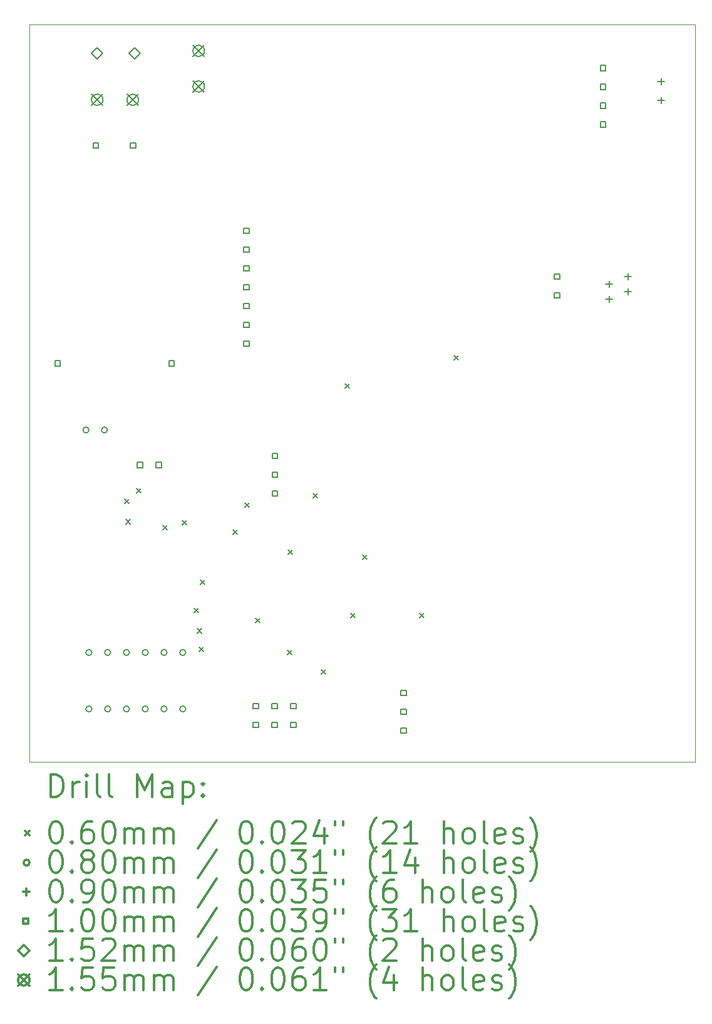
<source format=gbr>
%FSLAX45Y45*%
G04 Gerber Fmt 4.5, Leading zero omitted, Abs format (unit mm)*
G04 Created by KiCad (PCBNEW (5.1.6)-1) date 2021-11-02 04:41:42*
%MOMM*%
%LPD*%
G01*
G04 APERTURE LIST*
%TA.AperFunction,Profile*%
%ADD10C,0.050000*%
%TD*%
%ADD11C,0.200000*%
%ADD12C,0.300000*%
G04 APERTURE END LIST*
D10*
X19255000Y-5266000D02*
X19255000Y-15229000D01*
X10258000Y-5266000D02*
X19255000Y-5266000D01*
X10258000Y-15229000D02*
X10258000Y-5266000D01*
X19255000Y-15229000D02*
X10258000Y-15229000D01*
D11*
X11539000Y-11680000D02*
X11599000Y-11740000D01*
X11599000Y-11680000D02*
X11539000Y-11740000D01*
X11558000Y-11954000D02*
X11618000Y-12014000D01*
X11618000Y-11954000D02*
X11558000Y-12014000D01*
X11705000Y-11536000D02*
X11765000Y-11596000D01*
X11765000Y-11536000D02*
X11705000Y-11596000D01*
X12060000Y-12033000D02*
X12120000Y-12093000D01*
X12120000Y-12033000D02*
X12060000Y-12093000D01*
X12318000Y-11968000D02*
X12378000Y-12028000D01*
X12378000Y-11968000D02*
X12318000Y-12028000D01*
X12482000Y-13151000D02*
X12542000Y-13211000D01*
X12542000Y-13151000D02*
X12482000Y-13211000D01*
X12521000Y-13427000D02*
X12581000Y-13487000D01*
X12581000Y-13427000D02*
X12521000Y-13487000D01*
X12546000Y-13678000D02*
X12606000Y-13738000D01*
X12606000Y-13678000D02*
X12546000Y-13738000D01*
X12566000Y-12772000D02*
X12626000Y-12832000D01*
X12626000Y-12772000D02*
X12566000Y-12832000D01*
X13002000Y-12094000D02*
X13062000Y-12154000D01*
X13062000Y-12094000D02*
X13002000Y-12154000D01*
X13170000Y-11730000D02*
X13230000Y-11790000D01*
X13230000Y-11730000D02*
X13170000Y-11790000D01*
X13313000Y-13290000D02*
X13373000Y-13350000D01*
X13373000Y-13290000D02*
X13313000Y-13350000D01*
X13742000Y-13719000D02*
X13802000Y-13779000D01*
X13802000Y-13719000D02*
X13742000Y-13779000D01*
X13750000Y-12368000D02*
X13810000Y-12428000D01*
X13810000Y-12368000D02*
X13750000Y-12428000D01*
X14089000Y-11605000D02*
X14149000Y-11665000D01*
X14149000Y-11605000D02*
X14089000Y-11665000D01*
X14201000Y-13983000D02*
X14261000Y-14043000D01*
X14261000Y-13983000D02*
X14201000Y-14043000D01*
X14521000Y-10119000D02*
X14581000Y-10179000D01*
X14581000Y-10119000D02*
X14521000Y-10179000D01*
X14594000Y-13218000D02*
X14654000Y-13278000D01*
X14654000Y-13218000D02*
X14594000Y-13278000D01*
X14755000Y-12431000D02*
X14815000Y-12491000D01*
X14815000Y-12431000D02*
X14755000Y-12491000D01*
X15530000Y-13219000D02*
X15590000Y-13279000D01*
X15590000Y-13219000D02*
X15530000Y-13279000D01*
X15992000Y-9738000D02*
X16052000Y-9798000D01*
X16052000Y-9738000D02*
X15992000Y-9798000D01*
X11058000Y-10746000D02*
G75*
G03*
X11058000Y-10746000I-40000J0D01*
G01*
X11308000Y-10746000D02*
G75*
G03*
X11308000Y-10746000I-40000J0D01*
G01*
X11097000Y-13750000D02*
G75*
G03*
X11097000Y-13750000I-40000J0D01*
G01*
X11097000Y-14512000D02*
G75*
G03*
X11097000Y-14512000I-40000J0D01*
G01*
X11351000Y-13750000D02*
G75*
G03*
X11351000Y-13750000I-40000J0D01*
G01*
X11351000Y-14512000D02*
G75*
G03*
X11351000Y-14512000I-40000J0D01*
G01*
X11605000Y-13750000D02*
G75*
G03*
X11605000Y-13750000I-40000J0D01*
G01*
X11605000Y-14512000D02*
G75*
G03*
X11605000Y-14512000I-40000J0D01*
G01*
X11859000Y-13750000D02*
G75*
G03*
X11859000Y-13750000I-40000J0D01*
G01*
X11859000Y-14512000D02*
G75*
G03*
X11859000Y-14512000I-40000J0D01*
G01*
X12113000Y-13750000D02*
G75*
G03*
X12113000Y-13750000I-40000J0D01*
G01*
X12113000Y-14512000D02*
G75*
G03*
X12113000Y-14512000I-40000J0D01*
G01*
X12367000Y-13750000D02*
G75*
G03*
X12367000Y-13750000I-40000J0D01*
G01*
X12367000Y-14512000D02*
G75*
G03*
X12367000Y-14512000I-40000J0D01*
G01*
X18795000Y-5997000D02*
X18795000Y-6087000D01*
X18750000Y-6042000D02*
X18840000Y-6042000D01*
X18795000Y-6251000D02*
X18795000Y-6341000D01*
X18750000Y-6296000D02*
X18840000Y-6296000D01*
X18091000Y-8730000D02*
X18091000Y-8820000D01*
X18046000Y-8775000D02*
X18136000Y-8775000D01*
X18091000Y-8934000D02*
X18091000Y-9024000D01*
X18046000Y-8979000D02*
X18136000Y-8979000D01*
X18345000Y-8628000D02*
X18345000Y-8718000D01*
X18300000Y-8673000D02*
X18390000Y-8673000D01*
X18345000Y-8832000D02*
X18345000Y-8922000D01*
X18300000Y-8877000D02*
X18390000Y-8877000D01*
X10669356Y-9881356D02*
X10669356Y-9810644D01*
X10598644Y-9810644D01*
X10598644Y-9881356D01*
X10669356Y-9881356D01*
X11189356Y-6941356D02*
X11189356Y-6870644D01*
X11118644Y-6870644D01*
X11118644Y-6941356D01*
X11189356Y-6941356D01*
X11689356Y-6941356D02*
X11689356Y-6870644D01*
X11618644Y-6870644D01*
X11618644Y-6941356D01*
X11689356Y-6941356D01*
X12209356Y-9881356D02*
X12209356Y-9810644D01*
X12138644Y-9810644D01*
X12138644Y-9881356D01*
X12209356Y-9881356D01*
X13350356Y-14509356D02*
X13350356Y-14438644D01*
X13279644Y-14438644D01*
X13279644Y-14509356D01*
X13350356Y-14509356D01*
X13350356Y-14763356D02*
X13350356Y-14692644D01*
X13279644Y-14692644D01*
X13279644Y-14763356D01*
X13350356Y-14763356D01*
X13604356Y-14509356D02*
X13604356Y-14438644D01*
X13533644Y-14438644D01*
X13533644Y-14509356D01*
X13604356Y-14509356D01*
X13604356Y-14763356D02*
X13604356Y-14692644D01*
X13533644Y-14692644D01*
X13533644Y-14763356D01*
X13604356Y-14763356D01*
X13858356Y-14509356D02*
X13858356Y-14438644D01*
X13787644Y-14438644D01*
X13787644Y-14509356D01*
X13858356Y-14509356D01*
X13858356Y-14763356D02*
X13858356Y-14692644D01*
X13787644Y-14692644D01*
X13787644Y-14763356D01*
X13858356Y-14763356D01*
X13606356Y-11132356D02*
X13606356Y-11061644D01*
X13535644Y-11061644D01*
X13535644Y-11132356D01*
X13606356Y-11132356D01*
X13606356Y-11386356D02*
X13606356Y-11315644D01*
X13535644Y-11315644D01*
X13535644Y-11386356D01*
X13606356Y-11386356D01*
X13606356Y-11640356D02*
X13606356Y-11569644D01*
X13535644Y-11569644D01*
X13535644Y-11640356D01*
X13606356Y-11640356D01*
X13223356Y-8092356D02*
X13223356Y-8021644D01*
X13152644Y-8021644D01*
X13152644Y-8092356D01*
X13223356Y-8092356D01*
X13223356Y-8346356D02*
X13223356Y-8275644D01*
X13152644Y-8275644D01*
X13152644Y-8346356D01*
X13223356Y-8346356D01*
X13223356Y-8600356D02*
X13223356Y-8529644D01*
X13152644Y-8529644D01*
X13152644Y-8600356D01*
X13223356Y-8600356D01*
X13223356Y-8854356D02*
X13223356Y-8783644D01*
X13152644Y-8783644D01*
X13152644Y-8854356D01*
X13223356Y-8854356D01*
X13223356Y-9108356D02*
X13223356Y-9037644D01*
X13152644Y-9037644D01*
X13152644Y-9108356D01*
X13223356Y-9108356D01*
X13223356Y-9362356D02*
X13223356Y-9291644D01*
X13152644Y-9291644D01*
X13152644Y-9362356D01*
X13223356Y-9362356D01*
X13223356Y-9616356D02*
X13223356Y-9545644D01*
X13152644Y-9545644D01*
X13152644Y-9616356D01*
X13223356Y-9616356D01*
X17422356Y-8709356D02*
X17422356Y-8638644D01*
X17351644Y-8638644D01*
X17351644Y-8709356D01*
X17422356Y-8709356D01*
X17422356Y-8963356D02*
X17422356Y-8892644D01*
X17351644Y-8892644D01*
X17351644Y-8963356D01*
X17422356Y-8963356D01*
X15347356Y-14333356D02*
X15347356Y-14262644D01*
X15276644Y-14262644D01*
X15276644Y-14333356D01*
X15347356Y-14333356D01*
X15347356Y-14587356D02*
X15347356Y-14516644D01*
X15276644Y-14516644D01*
X15276644Y-14587356D01*
X15347356Y-14587356D01*
X15347356Y-14841356D02*
X15347356Y-14770644D01*
X15276644Y-14770644D01*
X15276644Y-14841356D01*
X15347356Y-14841356D01*
X18043356Y-5893356D02*
X18043356Y-5822644D01*
X17972644Y-5822644D01*
X17972644Y-5893356D01*
X18043356Y-5893356D01*
X18043356Y-6147356D02*
X18043356Y-6076644D01*
X17972644Y-6076644D01*
X17972644Y-6147356D01*
X18043356Y-6147356D01*
X18043356Y-6401356D02*
X18043356Y-6330644D01*
X17972644Y-6330644D01*
X17972644Y-6401356D01*
X18043356Y-6401356D01*
X18043356Y-6655356D02*
X18043356Y-6584644D01*
X17972644Y-6584644D01*
X17972644Y-6655356D01*
X18043356Y-6655356D01*
X11782356Y-11254356D02*
X11782356Y-11183644D01*
X11711644Y-11183644D01*
X11711644Y-11254356D01*
X11782356Y-11254356D01*
X12036356Y-11254356D02*
X12036356Y-11183644D01*
X11965644Y-11183644D01*
X11965644Y-11254356D01*
X12036356Y-11254356D01*
X11168000Y-5737000D02*
X11244000Y-5661000D01*
X11168000Y-5585000D01*
X11092000Y-5661000D01*
X11168000Y-5737000D01*
X11676000Y-5737000D02*
X11752000Y-5661000D01*
X11676000Y-5585000D01*
X11600000Y-5661000D01*
X11676000Y-5737000D01*
X12464500Y-5549500D02*
X12619500Y-5704500D01*
X12619500Y-5549500D02*
X12464500Y-5704500D01*
X12619500Y-5627000D02*
G75*
G03*
X12619500Y-5627000I-77500J0D01*
G01*
X12464500Y-6029500D02*
X12619500Y-6184500D01*
X12619500Y-6029500D02*
X12464500Y-6184500D01*
X12619500Y-6107000D02*
G75*
G03*
X12619500Y-6107000I-77500J0D01*
G01*
X11093500Y-6209500D02*
X11248500Y-6364500D01*
X11248500Y-6209500D02*
X11093500Y-6364500D01*
X11248500Y-6287000D02*
G75*
G03*
X11248500Y-6287000I-77500J0D01*
G01*
X11573500Y-6209500D02*
X11728500Y-6364500D01*
X11728500Y-6209500D02*
X11573500Y-6364500D01*
X11728500Y-6287000D02*
G75*
G03*
X11728500Y-6287000I-77500J0D01*
G01*
D12*
X10541928Y-15697214D02*
X10541928Y-15397214D01*
X10613357Y-15397214D01*
X10656214Y-15411500D01*
X10684786Y-15440071D01*
X10699071Y-15468643D01*
X10713357Y-15525786D01*
X10713357Y-15568643D01*
X10699071Y-15625786D01*
X10684786Y-15654357D01*
X10656214Y-15682929D01*
X10613357Y-15697214D01*
X10541928Y-15697214D01*
X10841928Y-15697214D02*
X10841928Y-15497214D01*
X10841928Y-15554357D02*
X10856214Y-15525786D01*
X10870500Y-15511500D01*
X10899071Y-15497214D01*
X10927643Y-15497214D01*
X11027643Y-15697214D02*
X11027643Y-15497214D01*
X11027643Y-15397214D02*
X11013357Y-15411500D01*
X11027643Y-15425786D01*
X11041928Y-15411500D01*
X11027643Y-15397214D01*
X11027643Y-15425786D01*
X11213357Y-15697214D02*
X11184786Y-15682929D01*
X11170500Y-15654357D01*
X11170500Y-15397214D01*
X11370500Y-15697214D02*
X11341928Y-15682929D01*
X11327643Y-15654357D01*
X11327643Y-15397214D01*
X11713357Y-15697214D02*
X11713357Y-15397214D01*
X11813357Y-15611500D01*
X11913357Y-15397214D01*
X11913357Y-15697214D01*
X12184786Y-15697214D02*
X12184786Y-15540071D01*
X12170500Y-15511500D01*
X12141928Y-15497214D01*
X12084786Y-15497214D01*
X12056214Y-15511500D01*
X12184786Y-15682929D02*
X12156214Y-15697214D01*
X12084786Y-15697214D01*
X12056214Y-15682929D01*
X12041928Y-15654357D01*
X12041928Y-15625786D01*
X12056214Y-15597214D01*
X12084786Y-15582929D01*
X12156214Y-15582929D01*
X12184786Y-15568643D01*
X12327643Y-15497214D02*
X12327643Y-15797214D01*
X12327643Y-15511500D02*
X12356214Y-15497214D01*
X12413357Y-15497214D01*
X12441928Y-15511500D01*
X12456214Y-15525786D01*
X12470500Y-15554357D01*
X12470500Y-15640071D01*
X12456214Y-15668643D01*
X12441928Y-15682929D01*
X12413357Y-15697214D01*
X12356214Y-15697214D01*
X12327643Y-15682929D01*
X12599071Y-15668643D02*
X12613357Y-15682929D01*
X12599071Y-15697214D01*
X12584786Y-15682929D01*
X12599071Y-15668643D01*
X12599071Y-15697214D01*
X12599071Y-15511500D02*
X12613357Y-15525786D01*
X12599071Y-15540071D01*
X12584786Y-15525786D01*
X12599071Y-15511500D01*
X12599071Y-15540071D01*
X10195500Y-16161500D02*
X10255500Y-16221500D01*
X10255500Y-16161500D02*
X10195500Y-16221500D01*
X10599071Y-16027214D02*
X10627643Y-16027214D01*
X10656214Y-16041500D01*
X10670500Y-16055786D01*
X10684786Y-16084357D01*
X10699071Y-16141500D01*
X10699071Y-16212929D01*
X10684786Y-16270071D01*
X10670500Y-16298643D01*
X10656214Y-16312929D01*
X10627643Y-16327214D01*
X10599071Y-16327214D01*
X10570500Y-16312929D01*
X10556214Y-16298643D01*
X10541928Y-16270071D01*
X10527643Y-16212929D01*
X10527643Y-16141500D01*
X10541928Y-16084357D01*
X10556214Y-16055786D01*
X10570500Y-16041500D01*
X10599071Y-16027214D01*
X10827643Y-16298643D02*
X10841928Y-16312929D01*
X10827643Y-16327214D01*
X10813357Y-16312929D01*
X10827643Y-16298643D01*
X10827643Y-16327214D01*
X11099071Y-16027214D02*
X11041928Y-16027214D01*
X11013357Y-16041500D01*
X10999071Y-16055786D01*
X10970500Y-16098643D01*
X10956214Y-16155786D01*
X10956214Y-16270071D01*
X10970500Y-16298643D01*
X10984786Y-16312929D01*
X11013357Y-16327214D01*
X11070500Y-16327214D01*
X11099071Y-16312929D01*
X11113357Y-16298643D01*
X11127643Y-16270071D01*
X11127643Y-16198643D01*
X11113357Y-16170071D01*
X11099071Y-16155786D01*
X11070500Y-16141500D01*
X11013357Y-16141500D01*
X10984786Y-16155786D01*
X10970500Y-16170071D01*
X10956214Y-16198643D01*
X11313357Y-16027214D02*
X11341928Y-16027214D01*
X11370500Y-16041500D01*
X11384786Y-16055786D01*
X11399071Y-16084357D01*
X11413357Y-16141500D01*
X11413357Y-16212929D01*
X11399071Y-16270071D01*
X11384786Y-16298643D01*
X11370500Y-16312929D01*
X11341928Y-16327214D01*
X11313357Y-16327214D01*
X11284786Y-16312929D01*
X11270500Y-16298643D01*
X11256214Y-16270071D01*
X11241928Y-16212929D01*
X11241928Y-16141500D01*
X11256214Y-16084357D01*
X11270500Y-16055786D01*
X11284786Y-16041500D01*
X11313357Y-16027214D01*
X11541928Y-16327214D02*
X11541928Y-16127214D01*
X11541928Y-16155786D02*
X11556214Y-16141500D01*
X11584786Y-16127214D01*
X11627643Y-16127214D01*
X11656214Y-16141500D01*
X11670500Y-16170071D01*
X11670500Y-16327214D01*
X11670500Y-16170071D02*
X11684786Y-16141500D01*
X11713357Y-16127214D01*
X11756214Y-16127214D01*
X11784786Y-16141500D01*
X11799071Y-16170071D01*
X11799071Y-16327214D01*
X11941928Y-16327214D02*
X11941928Y-16127214D01*
X11941928Y-16155786D02*
X11956214Y-16141500D01*
X11984786Y-16127214D01*
X12027643Y-16127214D01*
X12056214Y-16141500D01*
X12070500Y-16170071D01*
X12070500Y-16327214D01*
X12070500Y-16170071D02*
X12084786Y-16141500D01*
X12113357Y-16127214D01*
X12156214Y-16127214D01*
X12184786Y-16141500D01*
X12199071Y-16170071D01*
X12199071Y-16327214D01*
X12784786Y-16012929D02*
X12527643Y-16398643D01*
X13170500Y-16027214D02*
X13199071Y-16027214D01*
X13227643Y-16041500D01*
X13241928Y-16055786D01*
X13256214Y-16084357D01*
X13270500Y-16141500D01*
X13270500Y-16212929D01*
X13256214Y-16270071D01*
X13241928Y-16298643D01*
X13227643Y-16312929D01*
X13199071Y-16327214D01*
X13170500Y-16327214D01*
X13141928Y-16312929D01*
X13127643Y-16298643D01*
X13113357Y-16270071D01*
X13099071Y-16212929D01*
X13099071Y-16141500D01*
X13113357Y-16084357D01*
X13127643Y-16055786D01*
X13141928Y-16041500D01*
X13170500Y-16027214D01*
X13399071Y-16298643D02*
X13413357Y-16312929D01*
X13399071Y-16327214D01*
X13384786Y-16312929D01*
X13399071Y-16298643D01*
X13399071Y-16327214D01*
X13599071Y-16027214D02*
X13627643Y-16027214D01*
X13656214Y-16041500D01*
X13670500Y-16055786D01*
X13684786Y-16084357D01*
X13699071Y-16141500D01*
X13699071Y-16212929D01*
X13684786Y-16270071D01*
X13670500Y-16298643D01*
X13656214Y-16312929D01*
X13627643Y-16327214D01*
X13599071Y-16327214D01*
X13570500Y-16312929D01*
X13556214Y-16298643D01*
X13541928Y-16270071D01*
X13527643Y-16212929D01*
X13527643Y-16141500D01*
X13541928Y-16084357D01*
X13556214Y-16055786D01*
X13570500Y-16041500D01*
X13599071Y-16027214D01*
X13813357Y-16055786D02*
X13827643Y-16041500D01*
X13856214Y-16027214D01*
X13927643Y-16027214D01*
X13956214Y-16041500D01*
X13970500Y-16055786D01*
X13984786Y-16084357D01*
X13984786Y-16112929D01*
X13970500Y-16155786D01*
X13799071Y-16327214D01*
X13984786Y-16327214D01*
X14241928Y-16127214D02*
X14241928Y-16327214D01*
X14170500Y-16012929D02*
X14099071Y-16227214D01*
X14284786Y-16227214D01*
X14384786Y-16027214D02*
X14384786Y-16084357D01*
X14499071Y-16027214D02*
X14499071Y-16084357D01*
X14941928Y-16441500D02*
X14927643Y-16427214D01*
X14899071Y-16384357D01*
X14884786Y-16355786D01*
X14870500Y-16312929D01*
X14856214Y-16241500D01*
X14856214Y-16184357D01*
X14870500Y-16112929D01*
X14884786Y-16070071D01*
X14899071Y-16041500D01*
X14927643Y-15998643D01*
X14941928Y-15984357D01*
X15041928Y-16055786D02*
X15056214Y-16041500D01*
X15084786Y-16027214D01*
X15156214Y-16027214D01*
X15184786Y-16041500D01*
X15199071Y-16055786D01*
X15213357Y-16084357D01*
X15213357Y-16112929D01*
X15199071Y-16155786D01*
X15027643Y-16327214D01*
X15213357Y-16327214D01*
X15499071Y-16327214D02*
X15327643Y-16327214D01*
X15413357Y-16327214D02*
X15413357Y-16027214D01*
X15384786Y-16070071D01*
X15356214Y-16098643D01*
X15327643Y-16112929D01*
X15856214Y-16327214D02*
X15856214Y-16027214D01*
X15984786Y-16327214D02*
X15984786Y-16170071D01*
X15970500Y-16141500D01*
X15941928Y-16127214D01*
X15899071Y-16127214D01*
X15870500Y-16141500D01*
X15856214Y-16155786D01*
X16170500Y-16327214D02*
X16141928Y-16312929D01*
X16127643Y-16298643D01*
X16113357Y-16270071D01*
X16113357Y-16184357D01*
X16127643Y-16155786D01*
X16141928Y-16141500D01*
X16170500Y-16127214D01*
X16213357Y-16127214D01*
X16241928Y-16141500D01*
X16256214Y-16155786D01*
X16270500Y-16184357D01*
X16270500Y-16270071D01*
X16256214Y-16298643D01*
X16241928Y-16312929D01*
X16213357Y-16327214D01*
X16170500Y-16327214D01*
X16441928Y-16327214D02*
X16413357Y-16312929D01*
X16399071Y-16284357D01*
X16399071Y-16027214D01*
X16670500Y-16312929D02*
X16641928Y-16327214D01*
X16584786Y-16327214D01*
X16556214Y-16312929D01*
X16541928Y-16284357D01*
X16541928Y-16170071D01*
X16556214Y-16141500D01*
X16584786Y-16127214D01*
X16641928Y-16127214D01*
X16670500Y-16141500D01*
X16684786Y-16170071D01*
X16684786Y-16198643D01*
X16541928Y-16227214D01*
X16799071Y-16312929D02*
X16827643Y-16327214D01*
X16884786Y-16327214D01*
X16913357Y-16312929D01*
X16927643Y-16284357D01*
X16927643Y-16270071D01*
X16913357Y-16241500D01*
X16884786Y-16227214D01*
X16841928Y-16227214D01*
X16813357Y-16212929D01*
X16799071Y-16184357D01*
X16799071Y-16170071D01*
X16813357Y-16141500D01*
X16841928Y-16127214D01*
X16884786Y-16127214D01*
X16913357Y-16141500D01*
X17027643Y-16441500D02*
X17041928Y-16427214D01*
X17070500Y-16384357D01*
X17084786Y-16355786D01*
X17099071Y-16312929D01*
X17113357Y-16241500D01*
X17113357Y-16184357D01*
X17099071Y-16112929D01*
X17084786Y-16070071D01*
X17070500Y-16041500D01*
X17041928Y-15998643D01*
X17027643Y-15984357D01*
X10255500Y-16587500D02*
G75*
G03*
X10255500Y-16587500I-40000J0D01*
G01*
X10599071Y-16423214D02*
X10627643Y-16423214D01*
X10656214Y-16437500D01*
X10670500Y-16451786D01*
X10684786Y-16480357D01*
X10699071Y-16537500D01*
X10699071Y-16608929D01*
X10684786Y-16666071D01*
X10670500Y-16694643D01*
X10656214Y-16708929D01*
X10627643Y-16723214D01*
X10599071Y-16723214D01*
X10570500Y-16708929D01*
X10556214Y-16694643D01*
X10541928Y-16666071D01*
X10527643Y-16608929D01*
X10527643Y-16537500D01*
X10541928Y-16480357D01*
X10556214Y-16451786D01*
X10570500Y-16437500D01*
X10599071Y-16423214D01*
X10827643Y-16694643D02*
X10841928Y-16708929D01*
X10827643Y-16723214D01*
X10813357Y-16708929D01*
X10827643Y-16694643D01*
X10827643Y-16723214D01*
X11013357Y-16551786D02*
X10984786Y-16537500D01*
X10970500Y-16523214D01*
X10956214Y-16494643D01*
X10956214Y-16480357D01*
X10970500Y-16451786D01*
X10984786Y-16437500D01*
X11013357Y-16423214D01*
X11070500Y-16423214D01*
X11099071Y-16437500D01*
X11113357Y-16451786D01*
X11127643Y-16480357D01*
X11127643Y-16494643D01*
X11113357Y-16523214D01*
X11099071Y-16537500D01*
X11070500Y-16551786D01*
X11013357Y-16551786D01*
X10984786Y-16566071D01*
X10970500Y-16580357D01*
X10956214Y-16608929D01*
X10956214Y-16666071D01*
X10970500Y-16694643D01*
X10984786Y-16708929D01*
X11013357Y-16723214D01*
X11070500Y-16723214D01*
X11099071Y-16708929D01*
X11113357Y-16694643D01*
X11127643Y-16666071D01*
X11127643Y-16608929D01*
X11113357Y-16580357D01*
X11099071Y-16566071D01*
X11070500Y-16551786D01*
X11313357Y-16423214D02*
X11341928Y-16423214D01*
X11370500Y-16437500D01*
X11384786Y-16451786D01*
X11399071Y-16480357D01*
X11413357Y-16537500D01*
X11413357Y-16608929D01*
X11399071Y-16666071D01*
X11384786Y-16694643D01*
X11370500Y-16708929D01*
X11341928Y-16723214D01*
X11313357Y-16723214D01*
X11284786Y-16708929D01*
X11270500Y-16694643D01*
X11256214Y-16666071D01*
X11241928Y-16608929D01*
X11241928Y-16537500D01*
X11256214Y-16480357D01*
X11270500Y-16451786D01*
X11284786Y-16437500D01*
X11313357Y-16423214D01*
X11541928Y-16723214D02*
X11541928Y-16523214D01*
X11541928Y-16551786D02*
X11556214Y-16537500D01*
X11584786Y-16523214D01*
X11627643Y-16523214D01*
X11656214Y-16537500D01*
X11670500Y-16566071D01*
X11670500Y-16723214D01*
X11670500Y-16566071D02*
X11684786Y-16537500D01*
X11713357Y-16523214D01*
X11756214Y-16523214D01*
X11784786Y-16537500D01*
X11799071Y-16566071D01*
X11799071Y-16723214D01*
X11941928Y-16723214D02*
X11941928Y-16523214D01*
X11941928Y-16551786D02*
X11956214Y-16537500D01*
X11984786Y-16523214D01*
X12027643Y-16523214D01*
X12056214Y-16537500D01*
X12070500Y-16566071D01*
X12070500Y-16723214D01*
X12070500Y-16566071D02*
X12084786Y-16537500D01*
X12113357Y-16523214D01*
X12156214Y-16523214D01*
X12184786Y-16537500D01*
X12199071Y-16566071D01*
X12199071Y-16723214D01*
X12784786Y-16408929D02*
X12527643Y-16794643D01*
X13170500Y-16423214D02*
X13199071Y-16423214D01*
X13227643Y-16437500D01*
X13241928Y-16451786D01*
X13256214Y-16480357D01*
X13270500Y-16537500D01*
X13270500Y-16608929D01*
X13256214Y-16666071D01*
X13241928Y-16694643D01*
X13227643Y-16708929D01*
X13199071Y-16723214D01*
X13170500Y-16723214D01*
X13141928Y-16708929D01*
X13127643Y-16694643D01*
X13113357Y-16666071D01*
X13099071Y-16608929D01*
X13099071Y-16537500D01*
X13113357Y-16480357D01*
X13127643Y-16451786D01*
X13141928Y-16437500D01*
X13170500Y-16423214D01*
X13399071Y-16694643D02*
X13413357Y-16708929D01*
X13399071Y-16723214D01*
X13384786Y-16708929D01*
X13399071Y-16694643D01*
X13399071Y-16723214D01*
X13599071Y-16423214D02*
X13627643Y-16423214D01*
X13656214Y-16437500D01*
X13670500Y-16451786D01*
X13684786Y-16480357D01*
X13699071Y-16537500D01*
X13699071Y-16608929D01*
X13684786Y-16666071D01*
X13670500Y-16694643D01*
X13656214Y-16708929D01*
X13627643Y-16723214D01*
X13599071Y-16723214D01*
X13570500Y-16708929D01*
X13556214Y-16694643D01*
X13541928Y-16666071D01*
X13527643Y-16608929D01*
X13527643Y-16537500D01*
X13541928Y-16480357D01*
X13556214Y-16451786D01*
X13570500Y-16437500D01*
X13599071Y-16423214D01*
X13799071Y-16423214D02*
X13984786Y-16423214D01*
X13884786Y-16537500D01*
X13927643Y-16537500D01*
X13956214Y-16551786D01*
X13970500Y-16566071D01*
X13984786Y-16594643D01*
X13984786Y-16666071D01*
X13970500Y-16694643D01*
X13956214Y-16708929D01*
X13927643Y-16723214D01*
X13841928Y-16723214D01*
X13813357Y-16708929D01*
X13799071Y-16694643D01*
X14270500Y-16723214D02*
X14099071Y-16723214D01*
X14184786Y-16723214D02*
X14184786Y-16423214D01*
X14156214Y-16466071D01*
X14127643Y-16494643D01*
X14099071Y-16508929D01*
X14384786Y-16423214D02*
X14384786Y-16480357D01*
X14499071Y-16423214D02*
X14499071Y-16480357D01*
X14941928Y-16837500D02*
X14927643Y-16823214D01*
X14899071Y-16780357D01*
X14884786Y-16751786D01*
X14870500Y-16708929D01*
X14856214Y-16637500D01*
X14856214Y-16580357D01*
X14870500Y-16508929D01*
X14884786Y-16466071D01*
X14899071Y-16437500D01*
X14927643Y-16394643D01*
X14941928Y-16380357D01*
X15213357Y-16723214D02*
X15041928Y-16723214D01*
X15127643Y-16723214D02*
X15127643Y-16423214D01*
X15099071Y-16466071D01*
X15070500Y-16494643D01*
X15041928Y-16508929D01*
X15470500Y-16523214D02*
X15470500Y-16723214D01*
X15399071Y-16408929D02*
X15327643Y-16623214D01*
X15513357Y-16623214D01*
X15856214Y-16723214D02*
X15856214Y-16423214D01*
X15984786Y-16723214D02*
X15984786Y-16566071D01*
X15970500Y-16537500D01*
X15941928Y-16523214D01*
X15899071Y-16523214D01*
X15870500Y-16537500D01*
X15856214Y-16551786D01*
X16170500Y-16723214D02*
X16141928Y-16708929D01*
X16127643Y-16694643D01*
X16113357Y-16666071D01*
X16113357Y-16580357D01*
X16127643Y-16551786D01*
X16141928Y-16537500D01*
X16170500Y-16523214D01*
X16213357Y-16523214D01*
X16241928Y-16537500D01*
X16256214Y-16551786D01*
X16270500Y-16580357D01*
X16270500Y-16666071D01*
X16256214Y-16694643D01*
X16241928Y-16708929D01*
X16213357Y-16723214D01*
X16170500Y-16723214D01*
X16441928Y-16723214D02*
X16413357Y-16708929D01*
X16399071Y-16680357D01*
X16399071Y-16423214D01*
X16670500Y-16708929D02*
X16641928Y-16723214D01*
X16584786Y-16723214D01*
X16556214Y-16708929D01*
X16541928Y-16680357D01*
X16541928Y-16566071D01*
X16556214Y-16537500D01*
X16584786Y-16523214D01*
X16641928Y-16523214D01*
X16670500Y-16537500D01*
X16684786Y-16566071D01*
X16684786Y-16594643D01*
X16541928Y-16623214D01*
X16799071Y-16708929D02*
X16827643Y-16723214D01*
X16884786Y-16723214D01*
X16913357Y-16708929D01*
X16927643Y-16680357D01*
X16927643Y-16666071D01*
X16913357Y-16637500D01*
X16884786Y-16623214D01*
X16841928Y-16623214D01*
X16813357Y-16608929D01*
X16799071Y-16580357D01*
X16799071Y-16566071D01*
X16813357Y-16537500D01*
X16841928Y-16523214D01*
X16884786Y-16523214D01*
X16913357Y-16537500D01*
X17027643Y-16837500D02*
X17041928Y-16823214D01*
X17070500Y-16780357D01*
X17084786Y-16751786D01*
X17099071Y-16708929D01*
X17113357Y-16637500D01*
X17113357Y-16580357D01*
X17099071Y-16508929D01*
X17084786Y-16466071D01*
X17070500Y-16437500D01*
X17041928Y-16394643D01*
X17027643Y-16380357D01*
X10210500Y-16938500D02*
X10210500Y-17028500D01*
X10165500Y-16983500D02*
X10255500Y-16983500D01*
X10599071Y-16819214D02*
X10627643Y-16819214D01*
X10656214Y-16833500D01*
X10670500Y-16847786D01*
X10684786Y-16876357D01*
X10699071Y-16933500D01*
X10699071Y-17004929D01*
X10684786Y-17062072D01*
X10670500Y-17090643D01*
X10656214Y-17104929D01*
X10627643Y-17119214D01*
X10599071Y-17119214D01*
X10570500Y-17104929D01*
X10556214Y-17090643D01*
X10541928Y-17062072D01*
X10527643Y-17004929D01*
X10527643Y-16933500D01*
X10541928Y-16876357D01*
X10556214Y-16847786D01*
X10570500Y-16833500D01*
X10599071Y-16819214D01*
X10827643Y-17090643D02*
X10841928Y-17104929D01*
X10827643Y-17119214D01*
X10813357Y-17104929D01*
X10827643Y-17090643D01*
X10827643Y-17119214D01*
X10984786Y-17119214D02*
X11041928Y-17119214D01*
X11070500Y-17104929D01*
X11084786Y-17090643D01*
X11113357Y-17047786D01*
X11127643Y-16990643D01*
X11127643Y-16876357D01*
X11113357Y-16847786D01*
X11099071Y-16833500D01*
X11070500Y-16819214D01*
X11013357Y-16819214D01*
X10984786Y-16833500D01*
X10970500Y-16847786D01*
X10956214Y-16876357D01*
X10956214Y-16947786D01*
X10970500Y-16976357D01*
X10984786Y-16990643D01*
X11013357Y-17004929D01*
X11070500Y-17004929D01*
X11099071Y-16990643D01*
X11113357Y-16976357D01*
X11127643Y-16947786D01*
X11313357Y-16819214D02*
X11341928Y-16819214D01*
X11370500Y-16833500D01*
X11384786Y-16847786D01*
X11399071Y-16876357D01*
X11413357Y-16933500D01*
X11413357Y-17004929D01*
X11399071Y-17062072D01*
X11384786Y-17090643D01*
X11370500Y-17104929D01*
X11341928Y-17119214D01*
X11313357Y-17119214D01*
X11284786Y-17104929D01*
X11270500Y-17090643D01*
X11256214Y-17062072D01*
X11241928Y-17004929D01*
X11241928Y-16933500D01*
X11256214Y-16876357D01*
X11270500Y-16847786D01*
X11284786Y-16833500D01*
X11313357Y-16819214D01*
X11541928Y-17119214D02*
X11541928Y-16919214D01*
X11541928Y-16947786D02*
X11556214Y-16933500D01*
X11584786Y-16919214D01*
X11627643Y-16919214D01*
X11656214Y-16933500D01*
X11670500Y-16962072D01*
X11670500Y-17119214D01*
X11670500Y-16962072D02*
X11684786Y-16933500D01*
X11713357Y-16919214D01*
X11756214Y-16919214D01*
X11784786Y-16933500D01*
X11799071Y-16962072D01*
X11799071Y-17119214D01*
X11941928Y-17119214D02*
X11941928Y-16919214D01*
X11941928Y-16947786D02*
X11956214Y-16933500D01*
X11984786Y-16919214D01*
X12027643Y-16919214D01*
X12056214Y-16933500D01*
X12070500Y-16962072D01*
X12070500Y-17119214D01*
X12070500Y-16962072D02*
X12084786Y-16933500D01*
X12113357Y-16919214D01*
X12156214Y-16919214D01*
X12184786Y-16933500D01*
X12199071Y-16962072D01*
X12199071Y-17119214D01*
X12784786Y-16804929D02*
X12527643Y-17190643D01*
X13170500Y-16819214D02*
X13199071Y-16819214D01*
X13227643Y-16833500D01*
X13241928Y-16847786D01*
X13256214Y-16876357D01*
X13270500Y-16933500D01*
X13270500Y-17004929D01*
X13256214Y-17062072D01*
X13241928Y-17090643D01*
X13227643Y-17104929D01*
X13199071Y-17119214D01*
X13170500Y-17119214D01*
X13141928Y-17104929D01*
X13127643Y-17090643D01*
X13113357Y-17062072D01*
X13099071Y-17004929D01*
X13099071Y-16933500D01*
X13113357Y-16876357D01*
X13127643Y-16847786D01*
X13141928Y-16833500D01*
X13170500Y-16819214D01*
X13399071Y-17090643D02*
X13413357Y-17104929D01*
X13399071Y-17119214D01*
X13384786Y-17104929D01*
X13399071Y-17090643D01*
X13399071Y-17119214D01*
X13599071Y-16819214D02*
X13627643Y-16819214D01*
X13656214Y-16833500D01*
X13670500Y-16847786D01*
X13684786Y-16876357D01*
X13699071Y-16933500D01*
X13699071Y-17004929D01*
X13684786Y-17062072D01*
X13670500Y-17090643D01*
X13656214Y-17104929D01*
X13627643Y-17119214D01*
X13599071Y-17119214D01*
X13570500Y-17104929D01*
X13556214Y-17090643D01*
X13541928Y-17062072D01*
X13527643Y-17004929D01*
X13527643Y-16933500D01*
X13541928Y-16876357D01*
X13556214Y-16847786D01*
X13570500Y-16833500D01*
X13599071Y-16819214D01*
X13799071Y-16819214D02*
X13984786Y-16819214D01*
X13884786Y-16933500D01*
X13927643Y-16933500D01*
X13956214Y-16947786D01*
X13970500Y-16962072D01*
X13984786Y-16990643D01*
X13984786Y-17062072D01*
X13970500Y-17090643D01*
X13956214Y-17104929D01*
X13927643Y-17119214D01*
X13841928Y-17119214D01*
X13813357Y-17104929D01*
X13799071Y-17090643D01*
X14256214Y-16819214D02*
X14113357Y-16819214D01*
X14099071Y-16962072D01*
X14113357Y-16947786D01*
X14141928Y-16933500D01*
X14213357Y-16933500D01*
X14241928Y-16947786D01*
X14256214Y-16962072D01*
X14270500Y-16990643D01*
X14270500Y-17062072D01*
X14256214Y-17090643D01*
X14241928Y-17104929D01*
X14213357Y-17119214D01*
X14141928Y-17119214D01*
X14113357Y-17104929D01*
X14099071Y-17090643D01*
X14384786Y-16819214D02*
X14384786Y-16876357D01*
X14499071Y-16819214D02*
X14499071Y-16876357D01*
X14941928Y-17233500D02*
X14927643Y-17219214D01*
X14899071Y-17176357D01*
X14884786Y-17147786D01*
X14870500Y-17104929D01*
X14856214Y-17033500D01*
X14856214Y-16976357D01*
X14870500Y-16904929D01*
X14884786Y-16862072D01*
X14899071Y-16833500D01*
X14927643Y-16790643D01*
X14941928Y-16776357D01*
X15184786Y-16819214D02*
X15127643Y-16819214D01*
X15099071Y-16833500D01*
X15084786Y-16847786D01*
X15056214Y-16890643D01*
X15041928Y-16947786D01*
X15041928Y-17062072D01*
X15056214Y-17090643D01*
X15070500Y-17104929D01*
X15099071Y-17119214D01*
X15156214Y-17119214D01*
X15184786Y-17104929D01*
X15199071Y-17090643D01*
X15213357Y-17062072D01*
X15213357Y-16990643D01*
X15199071Y-16962072D01*
X15184786Y-16947786D01*
X15156214Y-16933500D01*
X15099071Y-16933500D01*
X15070500Y-16947786D01*
X15056214Y-16962072D01*
X15041928Y-16990643D01*
X15570500Y-17119214D02*
X15570500Y-16819214D01*
X15699071Y-17119214D02*
X15699071Y-16962072D01*
X15684786Y-16933500D01*
X15656214Y-16919214D01*
X15613357Y-16919214D01*
X15584786Y-16933500D01*
X15570500Y-16947786D01*
X15884786Y-17119214D02*
X15856214Y-17104929D01*
X15841928Y-17090643D01*
X15827643Y-17062072D01*
X15827643Y-16976357D01*
X15841928Y-16947786D01*
X15856214Y-16933500D01*
X15884786Y-16919214D01*
X15927643Y-16919214D01*
X15956214Y-16933500D01*
X15970500Y-16947786D01*
X15984786Y-16976357D01*
X15984786Y-17062072D01*
X15970500Y-17090643D01*
X15956214Y-17104929D01*
X15927643Y-17119214D01*
X15884786Y-17119214D01*
X16156214Y-17119214D02*
X16127643Y-17104929D01*
X16113357Y-17076357D01*
X16113357Y-16819214D01*
X16384786Y-17104929D02*
X16356214Y-17119214D01*
X16299071Y-17119214D01*
X16270500Y-17104929D01*
X16256214Y-17076357D01*
X16256214Y-16962072D01*
X16270500Y-16933500D01*
X16299071Y-16919214D01*
X16356214Y-16919214D01*
X16384786Y-16933500D01*
X16399071Y-16962072D01*
X16399071Y-16990643D01*
X16256214Y-17019214D01*
X16513357Y-17104929D02*
X16541928Y-17119214D01*
X16599071Y-17119214D01*
X16627643Y-17104929D01*
X16641928Y-17076357D01*
X16641928Y-17062072D01*
X16627643Y-17033500D01*
X16599071Y-17019214D01*
X16556214Y-17019214D01*
X16527643Y-17004929D01*
X16513357Y-16976357D01*
X16513357Y-16962072D01*
X16527643Y-16933500D01*
X16556214Y-16919214D01*
X16599071Y-16919214D01*
X16627643Y-16933500D01*
X16741928Y-17233500D02*
X16756214Y-17219214D01*
X16784786Y-17176357D01*
X16799071Y-17147786D01*
X16813357Y-17104929D01*
X16827643Y-17033500D01*
X16827643Y-16976357D01*
X16813357Y-16904929D01*
X16799071Y-16862072D01*
X16784786Y-16833500D01*
X16756214Y-16790643D01*
X16741928Y-16776357D01*
X10240856Y-17414856D02*
X10240856Y-17344144D01*
X10170144Y-17344144D01*
X10170144Y-17414856D01*
X10240856Y-17414856D01*
X10699071Y-17515214D02*
X10527643Y-17515214D01*
X10613357Y-17515214D02*
X10613357Y-17215214D01*
X10584786Y-17258072D01*
X10556214Y-17286643D01*
X10527643Y-17300929D01*
X10827643Y-17486643D02*
X10841928Y-17500929D01*
X10827643Y-17515214D01*
X10813357Y-17500929D01*
X10827643Y-17486643D01*
X10827643Y-17515214D01*
X11027643Y-17215214D02*
X11056214Y-17215214D01*
X11084786Y-17229500D01*
X11099071Y-17243786D01*
X11113357Y-17272357D01*
X11127643Y-17329500D01*
X11127643Y-17400929D01*
X11113357Y-17458072D01*
X11099071Y-17486643D01*
X11084786Y-17500929D01*
X11056214Y-17515214D01*
X11027643Y-17515214D01*
X10999071Y-17500929D01*
X10984786Y-17486643D01*
X10970500Y-17458072D01*
X10956214Y-17400929D01*
X10956214Y-17329500D01*
X10970500Y-17272357D01*
X10984786Y-17243786D01*
X10999071Y-17229500D01*
X11027643Y-17215214D01*
X11313357Y-17215214D02*
X11341928Y-17215214D01*
X11370500Y-17229500D01*
X11384786Y-17243786D01*
X11399071Y-17272357D01*
X11413357Y-17329500D01*
X11413357Y-17400929D01*
X11399071Y-17458072D01*
X11384786Y-17486643D01*
X11370500Y-17500929D01*
X11341928Y-17515214D01*
X11313357Y-17515214D01*
X11284786Y-17500929D01*
X11270500Y-17486643D01*
X11256214Y-17458072D01*
X11241928Y-17400929D01*
X11241928Y-17329500D01*
X11256214Y-17272357D01*
X11270500Y-17243786D01*
X11284786Y-17229500D01*
X11313357Y-17215214D01*
X11541928Y-17515214D02*
X11541928Y-17315214D01*
X11541928Y-17343786D02*
X11556214Y-17329500D01*
X11584786Y-17315214D01*
X11627643Y-17315214D01*
X11656214Y-17329500D01*
X11670500Y-17358072D01*
X11670500Y-17515214D01*
X11670500Y-17358072D02*
X11684786Y-17329500D01*
X11713357Y-17315214D01*
X11756214Y-17315214D01*
X11784786Y-17329500D01*
X11799071Y-17358072D01*
X11799071Y-17515214D01*
X11941928Y-17515214D02*
X11941928Y-17315214D01*
X11941928Y-17343786D02*
X11956214Y-17329500D01*
X11984786Y-17315214D01*
X12027643Y-17315214D01*
X12056214Y-17329500D01*
X12070500Y-17358072D01*
X12070500Y-17515214D01*
X12070500Y-17358072D02*
X12084786Y-17329500D01*
X12113357Y-17315214D01*
X12156214Y-17315214D01*
X12184786Y-17329500D01*
X12199071Y-17358072D01*
X12199071Y-17515214D01*
X12784786Y-17200929D02*
X12527643Y-17586643D01*
X13170500Y-17215214D02*
X13199071Y-17215214D01*
X13227643Y-17229500D01*
X13241928Y-17243786D01*
X13256214Y-17272357D01*
X13270500Y-17329500D01*
X13270500Y-17400929D01*
X13256214Y-17458072D01*
X13241928Y-17486643D01*
X13227643Y-17500929D01*
X13199071Y-17515214D01*
X13170500Y-17515214D01*
X13141928Y-17500929D01*
X13127643Y-17486643D01*
X13113357Y-17458072D01*
X13099071Y-17400929D01*
X13099071Y-17329500D01*
X13113357Y-17272357D01*
X13127643Y-17243786D01*
X13141928Y-17229500D01*
X13170500Y-17215214D01*
X13399071Y-17486643D02*
X13413357Y-17500929D01*
X13399071Y-17515214D01*
X13384786Y-17500929D01*
X13399071Y-17486643D01*
X13399071Y-17515214D01*
X13599071Y-17215214D02*
X13627643Y-17215214D01*
X13656214Y-17229500D01*
X13670500Y-17243786D01*
X13684786Y-17272357D01*
X13699071Y-17329500D01*
X13699071Y-17400929D01*
X13684786Y-17458072D01*
X13670500Y-17486643D01*
X13656214Y-17500929D01*
X13627643Y-17515214D01*
X13599071Y-17515214D01*
X13570500Y-17500929D01*
X13556214Y-17486643D01*
X13541928Y-17458072D01*
X13527643Y-17400929D01*
X13527643Y-17329500D01*
X13541928Y-17272357D01*
X13556214Y-17243786D01*
X13570500Y-17229500D01*
X13599071Y-17215214D01*
X13799071Y-17215214D02*
X13984786Y-17215214D01*
X13884786Y-17329500D01*
X13927643Y-17329500D01*
X13956214Y-17343786D01*
X13970500Y-17358072D01*
X13984786Y-17386643D01*
X13984786Y-17458072D01*
X13970500Y-17486643D01*
X13956214Y-17500929D01*
X13927643Y-17515214D01*
X13841928Y-17515214D01*
X13813357Y-17500929D01*
X13799071Y-17486643D01*
X14127643Y-17515214D02*
X14184786Y-17515214D01*
X14213357Y-17500929D01*
X14227643Y-17486643D01*
X14256214Y-17443786D01*
X14270500Y-17386643D01*
X14270500Y-17272357D01*
X14256214Y-17243786D01*
X14241928Y-17229500D01*
X14213357Y-17215214D01*
X14156214Y-17215214D01*
X14127643Y-17229500D01*
X14113357Y-17243786D01*
X14099071Y-17272357D01*
X14099071Y-17343786D01*
X14113357Y-17372357D01*
X14127643Y-17386643D01*
X14156214Y-17400929D01*
X14213357Y-17400929D01*
X14241928Y-17386643D01*
X14256214Y-17372357D01*
X14270500Y-17343786D01*
X14384786Y-17215214D02*
X14384786Y-17272357D01*
X14499071Y-17215214D02*
X14499071Y-17272357D01*
X14941928Y-17629500D02*
X14927643Y-17615214D01*
X14899071Y-17572357D01*
X14884786Y-17543786D01*
X14870500Y-17500929D01*
X14856214Y-17429500D01*
X14856214Y-17372357D01*
X14870500Y-17300929D01*
X14884786Y-17258072D01*
X14899071Y-17229500D01*
X14927643Y-17186643D01*
X14941928Y-17172357D01*
X15027643Y-17215214D02*
X15213357Y-17215214D01*
X15113357Y-17329500D01*
X15156214Y-17329500D01*
X15184786Y-17343786D01*
X15199071Y-17358072D01*
X15213357Y-17386643D01*
X15213357Y-17458072D01*
X15199071Y-17486643D01*
X15184786Y-17500929D01*
X15156214Y-17515214D01*
X15070500Y-17515214D01*
X15041928Y-17500929D01*
X15027643Y-17486643D01*
X15499071Y-17515214D02*
X15327643Y-17515214D01*
X15413357Y-17515214D02*
X15413357Y-17215214D01*
X15384786Y-17258072D01*
X15356214Y-17286643D01*
X15327643Y-17300929D01*
X15856214Y-17515214D02*
X15856214Y-17215214D01*
X15984786Y-17515214D02*
X15984786Y-17358072D01*
X15970500Y-17329500D01*
X15941928Y-17315214D01*
X15899071Y-17315214D01*
X15870500Y-17329500D01*
X15856214Y-17343786D01*
X16170500Y-17515214D02*
X16141928Y-17500929D01*
X16127643Y-17486643D01*
X16113357Y-17458072D01*
X16113357Y-17372357D01*
X16127643Y-17343786D01*
X16141928Y-17329500D01*
X16170500Y-17315214D01*
X16213357Y-17315214D01*
X16241928Y-17329500D01*
X16256214Y-17343786D01*
X16270500Y-17372357D01*
X16270500Y-17458072D01*
X16256214Y-17486643D01*
X16241928Y-17500929D01*
X16213357Y-17515214D01*
X16170500Y-17515214D01*
X16441928Y-17515214D02*
X16413357Y-17500929D01*
X16399071Y-17472357D01*
X16399071Y-17215214D01*
X16670500Y-17500929D02*
X16641928Y-17515214D01*
X16584786Y-17515214D01*
X16556214Y-17500929D01*
X16541928Y-17472357D01*
X16541928Y-17358072D01*
X16556214Y-17329500D01*
X16584786Y-17315214D01*
X16641928Y-17315214D01*
X16670500Y-17329500D01*
X16684786Y-17358072D01*
X16684786Y-17386643D01*
X16541928Y-17415214D01*
X16799071Y-17500929D02*
X16827643Y-17515214D01*
X16884786Y-17515214D01*
X16913357Y-17500929D01*
X16927643Y-17472357D01*
X16927643Y-17458072D01*
X16913357Y-17429500D01*
X16884786Y-17415214D01*
X16841928Y-17415214D01*
X16813357Y-17400929D01*
X16799071Y-17372357D01*
X16799071Y-17358072D01*
X16813357Y-17329500D01*
X16841928Y-17315214D01*
X16884786Y-17315214D01*
X16913357Y-17329500D01*
X17027643Y-17629500D02*
X17041928Y-17615214D01*
X17070500Y-17572357D01*
X17084786Y-17543786D01*
X17099071Y-17500929D01*
X17113357Y-17429500D01*
X17113357Y-17372357D01*
X17099071Y-17300929D01*
X17084786Y-17258072D01*
X17070500Y-17229500D01*
X17041928Y-17186643D01*
X17027643Y-17172357D01*
X10179500Y-17851500D02*
X10255500Y-17775500D01*
X10179500Y-17699500D01*
X10103500Y-17775500D01*
X10179500Y-17851500D01*
X10699071Y-17911214D02*
X10527643Y-17911214D01*
X10613357Y-17911214D02*
X10613357Y-17611214D01*
X10584786Y-17654072D01*
X10556214Y-17682643D01*
X10527643Y-17696929D01*
X10827643Y-17882643D02*
X10841928Y-17896929D01*
X10827643Y-17911214D01*
X10813357Y-17896929D01*
X10827643Y-17882643D01*
X10827643Y-17911214D01*
X11113357Y-17611214D02*
X10970500Y-17611214D01*
X10956214Y-17754072D01*
X10970500Y-17739786D01*
X10999071Y-17725500D01*
X11070500Y-17725500D01*
X11099071Y-17739786D01*
X11113357Y-17754072D01*
X11127643Y-17782643D01*
X11127643Y-17854072D01*
X11113357Y-17882643D01*
X11099071Y-17896929D01*
X11070500Y-17911214D01*
X10999071Y-17911214D01*
X10970500Y-17896929D01*
X10956214Y-17882643D01*
X11241928Y-17639786D02*
X11256214Y-17625500D01*
X11284786Y-17611214D01*
X11356214Y-17611214D01*
X11384786Y-17625500D01*
X11399071Y-17639786D01*
X11413357Y-17668357D01*
X11413357Y-17696929D01*
X11399071Y-17739786D01*
X11227643Y-17911214D01*
X11413357Y-17911214D01*
X11541928Y-17911214D02*
X11541928Y-17711214D01*
X11541928Y-17739786D02*
X11556214Y-17725500D01*
X11584786Y-17711214D01*
X11627643Y-17711214D01*
X11656214Y-17725500D01*
X11670500Y-17754072D01*
X11670500Y-17911214D01*
X11670500Y-17754072D02*
X11684786Y-17725500D01*
X11713357Y-17711214D01*
X11756214Y-17711214D01*
X11784786Y-17725500D01*
X11799071Y-17754072D01*
X11799071Y-17911214D01*
X11941928Y-17911214D02*
X11941928Y-17711214D01*
X11941928Y-17739786D02*
X11956214Y-17725500D01*
X11984786Y-17711214D01*
X12027643Y-17711214D01*
X12056214Y-17725500D01*
X12070500Y-17754072D01*
X12070500Y-17911214D01*
X12070500Y-17754072D02*
X12084786Y-17725500D01*
X12113357Y-17711214D01*
X12156214Y-17711214D01*
X12184786Y-17725500D01*
X12199071Y-17754072D01*
X12199071Y-17911214D01*
X12784786Y-17596929D02*
X12527643Y-17982643D01*
X13170500Y-17611214D02*
X13199071Y-17611214D01*
X13227643Y-17625500D01*
X13241928Y-17639786D01*
X13256214Y-17668357D01*
X13270500Y-17725500D01*
X13270500Y-17796929D01*
X13256214Y-17854072D01*
X13241928Y-17882643D01*
X13227643Y-17896929D01*
X13199071Y-17911214D01*
X13170500Y-17911214D01*
X13141928Y-17896929D01*
X13127643Y-17882643D01*
X13113357Y-17854072D01*
X13099071Y-17796929D01*
X13099071Y-17725500D01*
X13113357Y-17668357D01*
X13127643Y-17639786D01*
X13141928Y-17625500D01*
X13170500Y-17611214D01*
X13399071Y-17882643D02*
X13413357Y-17896929D01*
X13399071Y-17911214D01*
X13384786Y-17896929D01*
X13399071Y-17882643D01*
X13399071Y-17911214D01*
X13599071Y-17611214D02*
X13627643Y-17611214D01*
X13656214Y-17625500D01*
X13670500Y-17639786D01*
X13684786Y-17668357D01*
X13699071Y-17725500D01*
X13699071Y-17796929D01*
X13684786Y-17854072D01*
X13670500Y-17882643D01*
X13656214Y-17896929D01*
X13627643Y-17911214D01*
X13599071Y-17911214D01*
X13570500Y-17896929D01*
X13556214Y-17882643D01*
X13541928Y-17854072D01*
X13527643Y-17796929D01*
X13527643Y-17725500D01*
X13541928Y-17668357D01*
X13556214Y-17639786D01*
X13570500Y-17625500D01*
X13599071Y-17611214D01*
X13956214Y-17611214D02*
X13899071Y-17611214D01*
X13870500Y-17625500D01*
X13856214Y-17639786D01*
X13827643Y-17682643D01*
X13813357Y-17739786D01*
X13813357Y-17854072D01*
X13827643Y-17882643D01*
X13841928Y-17896929D01*
X13870500Y-17911214D01*
X13927643Y-17911214D01*
X13956214Y-17896929D01*
X13970500Y-17882643D01*
X13984786Y-17854072D01*
X13984786Y-17782643D01*
X13970500Y-17754072D01*
X13956214Y-17739786D01*
X13927643Y-17725500D01*
X13870500Y-17725500D01*
X13841928Y-17739786D01*
X13827643Y-17754072D01*
X13813357Y-17782643D01*
X14170500Y-17611214D02*
X14199071Y-17611214D01*
X14227643Y-17625500D01*
X14241928Y-17639786D01*
X14256214Y-17668357D01*
X14270500Y-17725500D01*
X14270500Y-17796929D01*
X14256214Y-17854072D01*
X14241928Y-17882643D01*
X14227643Y-17896929D01*
X14199071Y-17911214D01*
X14170500Y-17911214D01*
X14141928Y-17896929D01*
X14127643Y-17882643D01*
X14113357Y-17854072D01*
X14099071Y-17796929D01*
X14099071Y-17725500D01*
X14113357Y-17668357D01*
X14127643Y-17639786D01*
X14141928Y-17625500D01*
X14170500Y-17611214D01*
X14384786Y-17611214D02*
X14384786Y-17668357D01*
X14499071Y-17611214D02*
X14499071Y-17668357D01*
X14941928Y-18025500D02*
X14927643Y-18011214D01*
X14899071Y-17968357D01*
X14884786Y-17939786D01*
X14870500Y-17896929D01*
X14856214Y-17825500D01*
X14856214Y-17768357D01*
X14870500Y-17696929D01*
X14884786Y-17654072D01*
X14899071Y-17625500D01*
X14927643Y-17582643D01*
X14941928Y-17568357D01*
X15041928Y-17639786D02*
X15056214Y-17625500D01*
X15084786Y-17611214D01*
X15156214Y-17611214D01*
X15184786Y-17625500D01*
X15199071Y-17639786D01*
X15213357Y-17668357D01*
X15213357Y-17696929D01*
X15199071Y-17739786D01*
X15027643Y-17911214D01*
X15213357Y-17911214D01*
X15570500Y-17911214D02*
X15570500Y-17611214D01*
X15699071Y-17911214D02*
X15699071Y-17754072D01*
X15684786Y-17725500D01*
X15656214Y-17711214D01*
X15613357Y-17711214D01*
X15584786Y-17725500D01*
X15570500Y-17739786D01*
X15884786Y-17911214D02*
X15856214Y-17896929D01*
X15841928Y-17882643D01*
X15827643Y-17854072D01*
X15827643Y-17768357D01*
X15841928Y-17739786D01*
X15856214Y-17725500D01*
X15884786Y-17711214D01*
X15927643Y-17711214D01*
X15956214Y-17725500D01*
X15970500Y-17739786D01*
X15984786Y-17768357D01*
X15984786Y-17854072D01*
X15970500Y-17882643D01*
X15956214Y-17896929D01*
X15927643Y-17911214D01*
X15884786Y-17911214D01*
X16156214Y-17911214D02*
X16127643Y-17896929D01*
X16113357Y-17868357D01*
X16113357Y-17611214D01*
X16384786Y-17896929D02*
X16356214Y-17911214D01*
X16299071Y-17911214D01*
X16270500Y-17896929D01*
X16256214Y-17868357D01*
X16256214Y-17754072D01*
X16270500Y-17725500D01*
X16299071Y-17711214D01*
X16356214Y-17711214D01*
X16384786Y-17725500D01*
X16399071Y-17754072D01*
X16399071Y-17782643D01*
X16256214Y-17811214D01*
X16513357Y-17896929D02*
X16541928Y-17911214D01*
X16599071Y-17911214D01*
X16627643Y-17896929D01*
X16641928Y-17868357D01*
X16641928Y-17854072D01*
X16627643Y-17825500D01*
X16599071Y-17811214D01*
X16556214Y-17811214D01*
X16527643Y-17796929D01*
X16513357Y-17768357D01*
X16513357Y-17754072D01*
X16527643Y-17725500D01*
X16556214Y-17711214D01*
X16599071Y-17711214D01*
X16627643Y-17725500D01*
X16741928Y-18025500D02*
X16756214Y-18011214D01*
X16784786Y-17968357D01*
X16799071Y-17939786D01*
X16813357Y-17896929D01*
X16827643Y-17825500D01*
X16827643Y-17768357D01*
X16813357Y-17696929D01*
X16799071Y-17654072D01*
X16784786Y-17625500D01*
X16756214Y-17582643D01*
X16741928Y-17568357D01*
X10100500Y-18094000D02*
X10255500Y-18249000D01*
X10255500Y-18094000D02*
X10100500Y-18249000D01*
X10255500Y-18171500D02*
G75*
G03*
X10255500Y-18171500I-77500J0D01*
G01*
X10699071Y-18307214D02*
X10527643Y-18307214D01*
X10613357Y-18307214D02*
X10613357Y-18007214D01*
X10584786Y-18050072D01*
X10556214Y-18078643D01*
X10527643Y-18092929D01*
X10827643Y-18278643D02*
X10841928Y-18292929D01*
X10827643Y-18307214D01*
X10813357Y-18292929D01*
X10827643Y-18278643D01*
X10827643Y-18307214D01*
X11113357Y-18007214D02*
X10970500Y-18007214D01*
X10956214Y-18150072D01*
X10970500Y-18135786D01*
X10999071Y-18121500D01*
X11070500Y-18121500D01*
X11099071Y-18135786D01*
X11113357Y-18150072D01*
X11127643Y-18178643D01*
X11127643Y-18250072D01*
X11113357Y-18278643D01*
X11099071Y-18292929D01*
X11070500Y-18307214D01*
X10999071Y-18307214D01*
X10970500Y-18292929D01*
X10956214Y-18278643D01*
X11399071Y-18007214D02*
X11256214Y-18007214D01*
X11241928Y-18150072D01*
X11256214Y-18135786D01*
X11284786Y-18121500D01*
X11356214Y-18121500D01*
X11384786Y-18135786D01*
X11399071Y-18150072D01*
X11413357Y-18178643D01*
X11413357Y-18250072D01*
X11399071Y-18278643D01*
X11384786Y-18292929D01*
X11356214Y-18307214D01*
X11284786Y-18307214D01*
X11256214Y-18292929D01*
X11241928Y-18278643D01*
X11541928Y-18307214D02*
X11541928Y-18107214D01*
X11541928Y-18135786D02*
X11556214Y-18121500D01*
X11584786Y-18107214D01*
X11627643Y-18107214D01*
X11656214Y-18121500D01*
X11670500Y-18150072D01*
X11670500Y-18307214D01*
X11670500Y-18150072D02*
X11684786Y-18121500D01*
X11713357Y-18107214D01*
X11756214Y-18107214D01*
X11784786Y-18121500D01*
X11799071Y-18150072D01*
X11799071Y-18307214D01*
X11941928Y-18307214D02*
X11941928Y-18107214D01*
X11941928Y-18135786D02*
X11956214Y-18121500D01*
X11984786Y-18107214D01*
X12027643Y-18107214D01*
X12056214Y-18121500D01*
X12070500Y-18150072D01*
X12070500Y-18307214D01*
X12070500Y-18150072D02*
X12084786Y-18121500D01*
X12113357Y-18107214D01*
X12156214Y-18107214D01*
X12184786Y-18121500D01*
X12199071Y-18150072D01*
X12199071Y-18307214D01*
X12784786Y-17992929D02*
X12527643Y-18378643D01*
X13170500Y-18007214D02*
X13199071Y-18007214D01*
X13227643Y-18021500D01*
X13241928Y-18035786D01*
X13256214Y-18064357D01*
X13270500Y-18121500D01*
X13270500Y-18192929D01*
X13256214Y-18250072D01*
X13241928Y-18278643D01*
X13227643Y-18292929D01*
X13199071Y-18307214D01*
X13170500Y-18307214D01*
X13141928Y-18292929D01*
X13127643Y-18278643D01*
X13113357Y-18250072D01*
X13099071Y-18192929D01*
X13099071Y-18121500D01*
X13113357Y-18064357D01*
X13127643Y-18035786D01*
X13141928Y-18021500D01*
X13170500Y-18007214D01*
X13399071Y-18278643D02*
X13413357Y-18292929D01*
X13399071Y-18307214D01*
X13384786Y-18292929D01*
X13399071Y-18278643D01*
X13399071Y-18307214D01*
X13599071Y-18007214D02*
X13627643Y-18007214D01*
X13656214Y-18021500D01*
X13670500Y-18035786D01*
X13684786Y-18064357D01*
X13699071Y-18121500D01*
X13699071Y-18192929D01*
X13684786Y-18250072D01*
X13670500Y-18278643D01*
X13656214Y-18292929D01*
X13627643Y-18307214D01*
X13599071Y-18307214D01*
X13570500Y-18292929D01*
X13556214Y-18278643D01*
X13541928Y-18250072D01*
X13527643Y-18192929D01*
X13527643Y-18121500D01*
X13541928Y-18064357D01*
X13556214Y-18035786D01*
X13570500Y-18021500D01*
X13599071Y-18007214D01*
X13956214Y-18007214D02*
X13899071Y-18007214D01*
X13870500Y-18021500D01*
X13856214Y-18035786D01*
X13827643Y-18078643D01*
X13813357Y-18135786D01*
X13813357Y-18250072D01*
X13827643Y-18278643D01*
X13841928Y-18292929D01*
X13870500Y-18307214D01*
X13927643Y-18307214D01*
X13956214Y-18292929D01*
X13970500Y-18278643D01*
X13984786Y-18250072D01*
X13984786Y-18178643D01*
X13970500Y-18150072D01*
X13956214Y-18135786D01*
X13927643Y-18121500D01*
X13870500Y-18121500D01*
X13841928Y-18135786D01*
X13827643Y-18150072D01*
X13813357Y-18178643D01*
X14270500Y-18307214D02*
X14099071Y-18307214D01*
X14184786Y-18307214D02*
X14184786Y-18007214D01*
X14156214Y-18050072D01*
X14127643Y-18078643D01*
X14099071Y-18092929D01*
X14384786Y-18007214D02*
X14384786Y-18064357D01*
X14499071Y-18007214D02*
X14499071Y-18064357D01*
X14941928Y-18421500D02*
X14927643Y-18407214D01*
X14899071Y-18364357D01*
X14884786Y-18335786D01*
X14870500Y-18292929D01*
X14856214Y-18221500D01*
X14856214Y-18164357D01*
X14870500Y-18092929D01*
X14884786Y-18050072D01*
X14899071Y-18021500D01*
X14927643Y-17978643D01*
X14941928Y-17964357D01*
X15184786Y-18107214D02*
X15184786Y-18307214D01*
X15113357Y-17992929D02*
X15041928Y-18207214D01*
X15227643Y-18207214D01*
X15570500Y-18307214D02*
X15570500Y-18007214D01*
X15699071Y-18307214D02*
X15699071Y-18150072D01*
X15684786Y-18121500D01*
X15656214Y-18107214D01*
X15613357Y-18107214D01*
X15584786Y-18121500D01*
X15570500Y-18135786D01*
X15884786Y-18307214D02*
X15856214Y-18292929D01*
X15841928Y-18278643D01*
X15827643Y-18250072D01*
X15827643Y-18164357D01*
X15841928Y-18135786D01*
X15856214Y-18121500D01*
X15884786Y-18107214D01*
X15927643Y-18107214D01*
X15956214Y-18121500D01*
X15970500Y-18135786D01*
X15984786Y-18164357D01*
X15984786Y-18250072D01*
X15970500Y-18278643D01*
X15956214Y-18292929D01*
X15927643Y-18307214D01*
X15884786Y-18307214D01*
X16156214Y-18307214D02*
X16127643Y-18292929D01*
X16113357Y-18264357D01*
X16113357Y-18007214D01*
X16384786Y-18292929D02*
X16356214Y-18307214D01*
X16299071Y-18307214D01*
X16270500Y-18292929D01*
X16256214Y-18264357D01*
X16256214Y-18150072D01*
X16270500Y-18121500D01*
X16299071Y-18107214D01*
X16356214Y-18107214D01*
X16384786Y-18121500D01*
X16399071Y-18150072D01*
X16399071Y-18178643D01*
X16256214Y-18207214D01*
X16513357Y-18292929D02*
X16541928Y-18307214D01*
X16599071Y-18307214D01*
X16627643Y-18292929D01*
X16641928Y-18264357D01*
X16641928Y-18250072D01*
X16627643Y-18221500D01*
X16599071Y-18207214D01*
X16556214Y-18207214D01*
X16527643Y-18192929D01*
X16513357Y-18164357D01*
X16513357Y-18150072D01*
X16527643Y-18121500D01*
X16556214Y-18107214D01*
X16599071Y-18107214D01*
X16627643Y-18121500D01*
X16741928Y-18421500D02*
X16756214Y-18407214D01*
X16784786Y-18364357D01*
X16799071Y-18335786D01*
X16813357Y-18292929D01*
X16827643Y-18221500D01*
X16827643Y-18164357D01*
X16813357Y-18092929D01*
X16799071Y-18050072D01*
X16784786Y-18021500D01*
X16756214Y-17978643D01*
X16741928Y-17964357D01*
M02*

</source>
